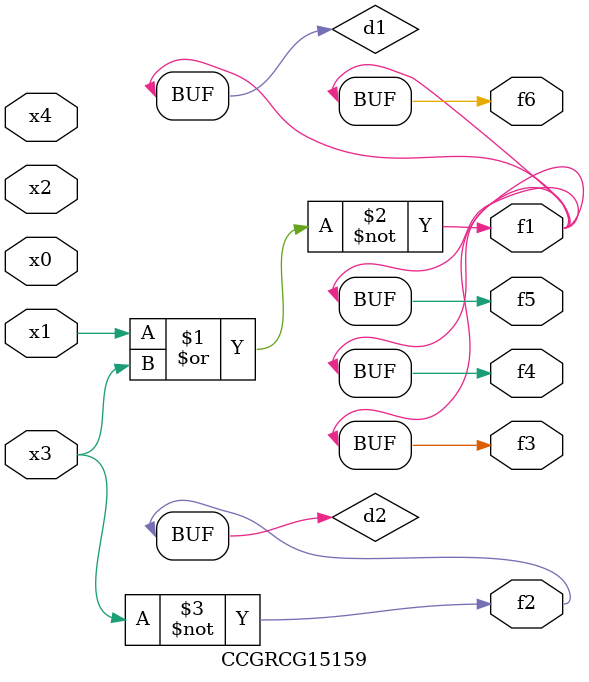
<source format=v>
module CCGRCG15159(
	input x0, x1, x2, x3, x4,
	output f1, f2, f3, f4, f5, f6
);

	wire d1, d2;

	nor (d1, x1, x3);
	not (d2, x3);
	assign f1 = d1;
	assign f2 = d2;
	assign f3 = d1;
	assign f4 = d1;
	assign f5 = d1;
	assign f6 = d1;
endmodule

</source>
